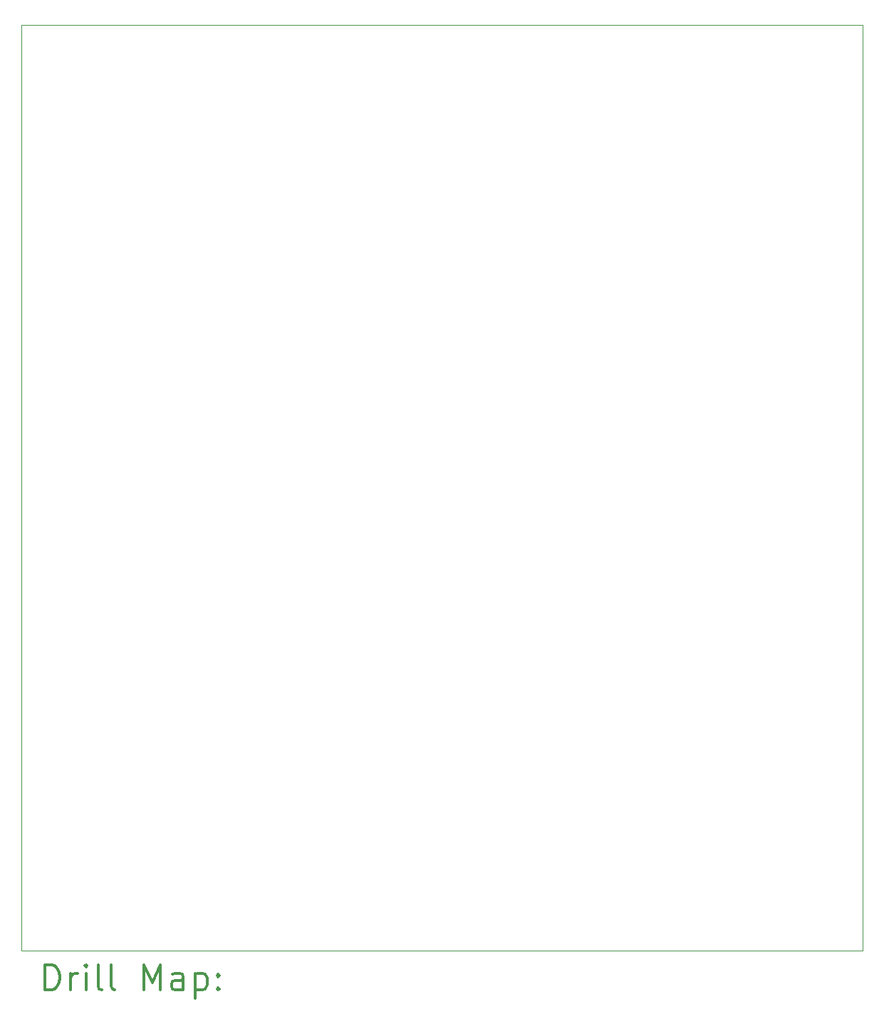
<source format=gbr>
%FSLAX45Y45*%
G04 Gerber Fmt 4.5, Leading zero omitted, Abs format (unit mm)*
G04 Created by KiCad (PCBNEW (5.1.9)-1) date 2021-07-25 18:06:38*
%MOMM*%
%LPD*%
G01*
G04 APERTURE LIST*
%TA.AperFunction,Profile*%
%ADD10C,0.050000*%
%TD*%
%ADD11C,0.200000*%
%ADD12C,0.300000*%
G04 APERTURE END LIST*
D10*
X15500000Y-1500000D02*
X15500000Y-12500000D01*
X25500000Y-1500000D02*
X25500000Y-12500000D01*
X15500000Y-12500000D02*
X25500000Y-12500000D01*
X15500000Y-1500000D02*
X25500000Y-1500000D01*
D11*
D12*
X15783928Y-12968214D02*
X15783928Y-12668214D01*
X15855357Y-12668214D01*
X15898214Y-12682500D01*
X15926786Y-12711071D01*
X15941071Y-12739643D01*
X15955357Y-12796786D01*
X15955357Y-12839643D01*
X15941071Y-12896786D01*
X15926786Y-12925357D01*
X15898214Y-12953929D01*
X15855357Y-12968214D01*
X15783928Y-12968214D01*
X16083928Y-12968214D02*
X16083928Y-12768214D01*
X16083928Y-12825357D02*
X16098214Y-12796786D01*
X16112500Y-12782500D01*
X16141071Y-12768214D01*
X16169643Y-12768214D01*
X16269643Y-12968214D02*
X16269643Y-12768214D01*
X16269643Y-12668214D02*
X16255357Y-12682500D01*
X16269643Y-12696786D01*
X16283928Y-12682500D01*
X16269643Y-12668214D01*
X16269643Y-12696786D01*
X16455357Y-12968214D02*
X16426786Y-12953929D01*
X16412500Y-12925357D01*
X16412500Y-12668214D01*
X16612500Y-12968214D02*
X16583928Y-12953929D01*
X16569643Y-12925357D01*
X16569643Y-12668214D01*
X16955357Y-12968214D02*
X16955357Y-12668214D01*
X17055357Y-12882500D01*
X17155357Y-12668214D01*
X17155357Y-12968214D01*
X17426786Y-12968214D02*
X17426786Y-12811071D01*
X17412500Y-12782500D01*
X17383928Y-12768214D01*
X17326786Y-12768214D01*
X17298214Y-12782500D01*
X17426786Y-12953929D02*
X17398214Y-12968214D01*
X17326786Y-12968214D01*
X17298214Y-12953929D01*
X17283928Y-12925357D01*
X17283928Y-12896786D01*
X17298214Y-12868214D01*
X17326786Y-12853929D01*
X17398214Y-12853929D01*
X17426786Y-12839643D01*
X17569643Y-12768214D02*
X17569643Y-13068214D01*
X17569643Y-12782500D02*
X17598214Y-12768214D01*
X17655357Y-12768214D01*
X17683928Y-12782500D01*
X17698214Y-12796786D01*
X17712500Y-12825357D01*
X17712500Y-12911071D01*
X17698214Y-12939643D01*
X17683928Y-12953929D01*
X17655357Y-12968214D01*
X17598214Y-12968214D01*
X17569643Y-12953929D01*
X17841071Y-12939643D02*
X17855357Y-12953929D01*
X17841071Y-12968214D01*
X17826786Y-12953929D01*
X17841071Y-12939643D01*
X17841071Y-12968214D01*
X17841071Y-12782500D02*
X17855357Y-12796786D01*
X17841071Y-12811071D01*
X17826786Y-12796786D01*
X17841071Y-12782500D01*
X17841071Y-12811071D01*
M02*

</source>
